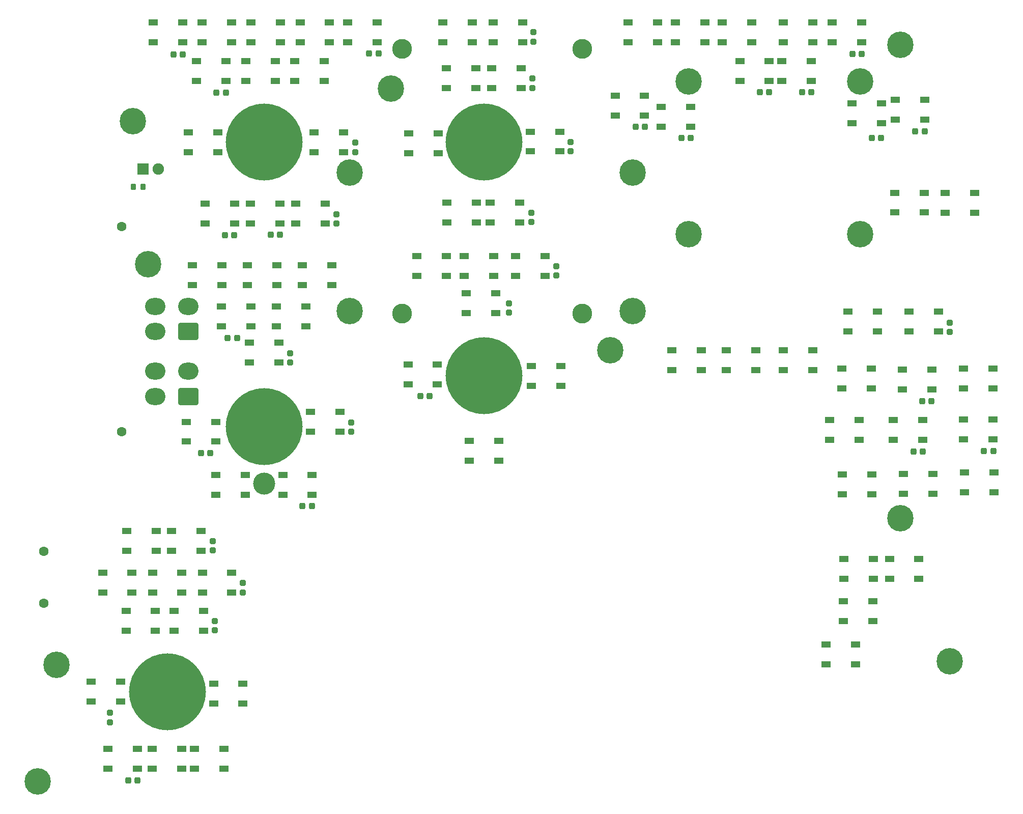
<source format=gbr>
%TF.GenerationSoftware,KiCad,Pcbnew,7.0.1*%
%TF.CreationDate,2023-04-16T02:52:32-08:00*%
%TF.ProjectId,SELECT JETT PANEL,53454c45-4354-4204-9a45-54542050414e,4*%
%TF.SameCoordinates,Original*%
%TF.FileFunction,Soldermask,Top*%
%TF.FilePolarity,Negative*%
%FSLAX46Y46*%
G04 Gerber Fmt 4.6, Leading zero omitted, Abs format (unit mm)*
G04 Created by KiCad (PCBNEW 7.0.1) date 2023-04-16 02:52:32*
%MOMM*%
%LPD*%
G01*
G04 APERTURE LIST*
G04 Aperture macros list*
%AMRoundRect*
0 Rectangle with rounded corners*
0 $1 Rounding radius*
0 $2 $3 $4 $5 $6 $7 $8 $9 X,Y pos of 4 corners*
0 Add a 4 corners polygon primitive as box body*
4,1,4,$2,$3,$4,$5,$6,$7,$8,$9,$2,$3,0*
0 Add four circle primitives for the rounded corners*
1,1,$1+$1,$2,$3*
1,1,$1+$1,$4,$5*
1,1,$1+$1,$6,$7*
1,1,$1+$1,$8,$9*
0 Add four rect primitives between the rounded corners*
20,1,$1+$1,$2,$3,$4,$5,0*
20,1,$1+$1,$4,$5,$6,$7,0*
20,1,$1+$1,$6,$7,$8,$9,0*
20,1,$1+$1,$8,$9,$2,$3,0*%
G04 Aperture macros list end*
%ADD10RoundRect,0.050000X-0.750000X-0.450000X0.750000X-0.450000X0.750000X0.450000X-0.750000X0.450000X0*%
%ADD11C,3.300000*%
%ADD12C,4.400000*%
%ADD13C,12.800000*%
%ADD14C,3.672000*%
%ADD15RoundRect,0.275000X-0.225000X-0.250000X0.225000X-0.250000X0.225000X0.250000X-0.225000X0.250000X0*%
%ADD16RoundRect,0.275000X-0.250000X0.225000X-0.250000X-0.225000X0.250000X-0.225000X0.250000X0.225000X0*%
%ADD17RoundRect,0.275000X0.250000X-0.225000X0.250000X0.225000X-0.250000X0.225000X-0.250000X-0.225000X0*%
%ADD18RoundRect,0.250000X-0.200000X-0.275000X0.200000X-0.275000X0.200000X0.275000X-0.200000X0.275000X0*%
%ADD19C,1.600000*%
%ADD20RoundRect,0.050000X-0.900000X-0.900000X0.900000X-0.900000X0.900000X0.900000X-0.900000X0.900000X0*%
%ADD21C,1.900000*%
%ADD22RoundRect,0.300001X1.399999X-1.099999X1.399999X1.099999X-1.399999X1.099999X-1.399999X-1.099999X0*%
%ADD23O,3.400000X2.800000*%
G04 APERTURE END LIST*
D10*
%TO.C,D41*%
X153350000Y-51750000D03*
X153350000Y-55050000D03*
X158250000Y-55050000D03*
X158250000Y-51750000D03*
%TD*%
D11*
%TO.C,H20*%
X162010000Y-37990000D03*
%TD*%
%TO.C,H21*%
X132000000Y-38000000D03*
%TD*%
%TO.C,H19*%
X132000000Y-81990000D03*
%TD*%
%TO.C,H18*%
X162010000Y-82000000D03*
%TD*%
D12*
%TO.C,H1*%
X87261697Y-49974517D03*
%TD*%
%TO.C,H2*%
X130124197Y-44577011D03*
%TD*%
%TO.C,H3*%
X214896696Y-37274500D03*
%TD*%
%TO.C,H5*%
X166636703Y-88074497D03*
%TD*%
%TO.C,H8*%
X74561693Y-140462018D03*
%TD*%
%TO.C,H6*%
X214896707Y-116078000D03*
%TD*%
%TO.C,H4*%
X89801693Y-73787017D03*
%TD*%
%TO.C,H9*%
X71386707Y-159820032D03*
%TD*%
%TO.C,H7*%
X223151694Y-139839819D03*
%TD*%
%TO.C,H14*%
X123340000Y-58590000D03*
%TD*%
%TO.C,H15*%
X170340000Y-58600000D03*
%TD*%
%TO.C,H10*%
X179650000Y-43430000D03*
%TD*%
%TO.C,H13*%
X179650000Y-68840000D03*
%TD*%
%TO.C,H17*%
X170350000Y-81590000D03*
%TD*%
%TO.C,H11*%
X208230000Y-43430000D03*
%TD*%
%TO.C,H12*%
X208230000Y-68830000D03*
%TD*%
%TO.C,H16*%
X123340000Y-81590000D03*
%TD*%
D13*
%TO.C,H26*%
X109105698Y-100774518D03*
D14*
X109105698Y-110299518D03*
%TD*%
D15*
%TO.C,C2*%
X93995000Y-38910000D03*
X95545000Y-38910000D03*
%TD*%
%TO.C,C4*%
X101145000Y-45270000D03*
X102695000Y-45270000D03*
%TD*%
%TO.C,C3*%
X128085000Y-38760000D03*
X126535000Y-38760000D03*
%TD*%
D16*
%TO.C,C5*%
X124190000Y-53597500D03*
X124190000Y-55147500D03*
%TD*%
%TO.C,C6*%
X121080000Y-65495000D03*
X121080000Y-67045000D03*
%TD*%
D15*
%TO.C,C7*%
X110137000Y-68900000D03*
X111687000Y-68900000D03*
%TD*%
%TO.C,C8*%
X102537000Y-69000000D03*
X104087000Y-69000000D03*
%TD*%
%TO.C,C13*%
X98585000Y-105210000D03*
X100135000Y-105210000D03*
%TD*%
D16*
%TO.C,C10*%
X113410000Y-88605000D03*
X113410000Y-90155000D03*
%TD*%
D15*
%TO.C,C9*%
X103015000Y-86070000D03*
X104565000Y-86070000D03*
%TD*%
D16*
%TO.C,C11*%
X123530000Y-100095000D03*
X123530000Y-101645000D03*
%TD*%
D15*
%TO.C,C12*%
X115445000Y-114030000D03*
X116995000Y-114030000D03*
%TD*%
D16*
%TO.C,C14*%
X100500000Y-119837000D03*
X100500000Y-121387000D03*
%TD*%
%TO.C,C15*%
X105500000Y-126837000D03*
X105500000Y-128387000D03*
%TD*%
%TO.C,C16*%
X100900000Y-133137000D03*
X100900000Y-134687000D03*
%TD*%
D17*
%TO.C,C18*%
X83440000Y-149985000D03*
X83440000Y-148435000D03*
%TD*%
D15*
%TO.C,C17*%
X86435000Y-159620000D03*
X87985000Y-159620000D03*
%TD*%
D16*
%TO.C,C24*%
X149800000Y-80337500D03*
X149800000Y-81887500D03*
%TD*%
D15*
%TO.C,C25*%
X135035000Y-95700000D03*
X136585000Y-95700000D03*
%TD*%
D16*
%TO.C,C23*%
X157700000Y-75687500D03*
X157700000Y-74137500D03*
%TD*%
%TO.C,C21*%
X160070000Y-53485000D03*
X160070000Y-55035000D03*
%TD*%
%TO.C,C22*%
X153500000Y-65237500D03*
X153500000Y-66787500D03*
%TD*%
%TO.C,C20*%
X153700000Y-42937500D03*
X153700000Y-44487500D03*
%TD*%
%TO.C,C19*%
X153900000Y-35237500D03*
X153900000Y-36787500D03*
%TD*%
D15*
%TO.C,C30*%
X178485000Y-52820000D03*
X180035000Y-52820000D03*
%TD*%
%TO.C,C29*%
X170875000Y-50970000D03*
X172425000Y-50970000D03*
%TD*%
%TO.C,C26*%
X206937000Y-38800000D03*
X208487000Y-38800000D03*
%TD*%
%TO.C,C28*%
X198537000Y-45200000D03*
X200087000Y-45200000D03*
%TD*%
%TO.C,C27*%
X191537000Y-45200000D03*
X193087000Y-45200000D03*
%TD*%
%TO.C,C31*%
X210137000Y-52800000D03*
X211687000Y-52800000D03*
%TD*%
%TO.C,C32*%
X217405000Y-51680000D03*
X218955000Y-51680000D03*
%TD*%
D16*
%TO.C,C33*%
X223100000Y-83515000D03*
X223100000Y-85065000D03*
%TD*%
D15*
%TO.C,C34*%
X218537000Y-96600000D03*
X220087000Y-96600000D03*
%TD*%
%TO.C,C35*%
X217105000Y-104940000D03*
X218655000Y-104940000D03*
%TD*%
%TO.C,C36*%
X228837000Y-104900000D03*
X230387000Y-104900000D03*
%TD*%
D10*
%TO.C,D2*%
X90600000Y-33550000D03*
X90600000Y-36850000D03*
X95500000Y-36850000D03*
X95500000Y-33550000D03*
%TD*%
%TO.C,D3*%
X98750000Y-33550000D03*
X98750000Y-36850000D03*
X103650000Y-36850000D03*
X103650000Y-33550000D03*
%TD*%
%TO.C,D4*%
X106900000Y-33550000D03*
X106900000Y-36850000D03*
X111800000Y-36850000D03*
X111800000Y-33550000D03*
%TD*%
%TO.C,D5*%
X115050000Y-33550000D03*
X115050000Y-36850000D03*
X119950000Y-36850000D03*
X119950000Y-33550000D03*
%TD*%
%TO.C,D6*%
X127900000Y-33550000D03*
X127900000Y-36850000D03*
X123000000Y-36850000D03*
X123000000Y-33550000D03*
%TD*%
%TO.C,D7*%
X97840000Y-40050000D03*
X97840000Y-43350000D03*
X102740000Y-43350000D03*
X102740000Y-40050000D03*
%TD*%
%TO.C,D8*%
X106015000Y-40050000D03*
X106015000Y-43350000D03*
X110915000Y-43350000D03*
X110915000Y-40050000D03*
%TD*%
%TO.C,D9*%
X114190000Y-40050000D03*
X114190000Y-43350000D03*
X119090000Y-43350000D03*
X119090000Y-40050000D03*
%TD*%
%TO.C,D10*%
X117390000Y-51910000D03*
X117390000Y-55210000D03*
X122290000Y-55210000D03*
X122290000Y-51910000D03*
%TD*%
%TO.C,D11*%
X114300000Y-63750000D03*
X114300000Y-67050000D03*
X119200000Y-67050000D03*
X119200000Y-63750000D03*
%TD*%
%TO.C,D12*%
X106775000Y-63750000D03*
X106775000Y-67050000D03*
X111675000Y-67050000D03*
X111675000Y-63750000D03*
%TD*%
%TO.C,D13*%
X99250000Y-63750000D03*
X99250000Y-67050000D03*
X104150000Y-67050000D03*
X104150000Y-63750000D03*
%TD*%
%TO.C,D14*%
X96500000Y-51850000D03*
X96500000Y-55150000D03*
X101400000Y-55150000D03*
X101400000Y-51850000D03*
%TD*%
%TO.C,D15*%
X97175000Y-73980000D03*
X97175000Y-77280000D03*
X102075000Y-77280000D03*
X102075000Y-73980000D03*
%TD*%
%TO.C,D16*%
X106300000Y-73980000D03*
X106300000Y-77280000D03*
X111200000Y-77280000D03*
X111200000Y-73980000D03*
%TD*%
%TO.C,D17*%
X115425000Y-73980000D03*
X115425000Y-77280000D03*
X120325000Y-77280000D03*
X120325000Y-73980000D03*
%TD*%
%TO.C,D18*%
X101950000Y-80850000D03*
X101950000Y-84150000D03*
X106850000Y-84150000D03*
X106850000Y-80850000D03*
%TD*%
%TO.C,D19*%
X111100000Y-80850000D03*
X111100000Y-84150000D03*
X116000000Y-84150000D03*
X116000000Y-80850000D03*
%TD*%
%TO.C,D20*%
X106600000Y-86850000D03*
X106600000Y-90150000D03*
X111500000Y-90150000D03*
X111500000Y-86850000D03*
%TD*%
%TO.C,D21*%
X116800000Y-98350000D03*
X116800000Y-101650000D03*
X121700000Y-101650000D03*
X121700000Y-98350000D03*
%TD*%
%TO.C,D22*%
X112170000Y-108820000D03*
X112170000Y-112120000D03*
X117070000Y-112120000D03*
X117070000Y-108820000D03*
%TD*%
%TO.C,D23*%
X101040000Y-108820000D03*
X101040000Y-112120000D03*
X105940000Y-112120000D03*
X105940000Y-108820000D03*
%TD*%
%TO.C,D24*%
X96100000Y-100010000D03*
X96100000Y-103310000D03*
X101000000Y-103310000D03*
X101000000Y-100010000D03*
%TD*%
%TO.C,D25*%
X86200000Y-118150000D03*
X86200000Y-121450000D03*
X91100000Y-121450000D03*
X91100000Y-118150000D03*
%TD*%
%TO.C,D26*%
X93700000Y-118150000D03*
X93700000Y-121450000D03*
X98600000Y-121450000D03*
X98600000Y-118150000D03*
%TD*%
%TO.C,D27*%
X82200000Y-125150000D03*
X82200000Y-128450000D03*
X87100000Y-128450000D03*
X87100000Y-125150000D03*
%TD*%
%TO.C,D28*%
X90500000Y-125150000D03*
X90500000Y-128450000D03*
X95400000Y-128450000D03*
X95400000Y-125150000D03*
%TD*%
%TO.C,D29*%
X98800000Y-125150000D03*
X98800000Y-128450000D03*
X103700000Y-128450000D03*
X103700000Y-125150000D03*
%TD*%
%TO.C,D30*%
X86100000Y-131450000D03*
X86100000Y-134750000D03*
X91000000Y-134750000D03*
X91000000Y-131450000D03*
%TD*%
%TO.C,D31*%
X94100000Y-131450000D03*
X94100000Y-134750000D03*
X99000000Y-134750000D03*
X99000000Y-131450000D03*
%TD*%
%TO.C,D32*%
X100660000Y-143580000D03*
X100660000Y-146880000D03*
X105560000Y-146880000D03*
X105560000Y-143580000D03*
%TD*%
%TO.C,D33*%
X97500000Y-154390000D03*
X97500000Y-157690000D03*
X102400000Y-157690000D03*
X102400000Y-154390000D03*
%TD*%
%TO.C,D34*%
X90450000Y-154390000D03*
X90450000Y-157690000D03*
X95350000Y-157690000D03*
X95350000Y-154390000D03*
%TD*%
%TO.C,D35*%
X83100000Y-154390000D03*
X83100000Y-157690000D03*
X88000000Y-157690000D03*
X88000000Y-154390000D03*
%TD*%
%TO.C,D36*%
X80280000Y-143270000D03*
X80280000Y-146570000D03*
X85180000Y-146570000D03*
X85180000Y-143270000D03*
%TD*%
%TO.C,D37*%
X138800000Y-33550000D03*
X138800000Y-36850000D03*
X143700000Y-36850000D03*
X143700000Y-33550000D03*
%TD*%
%TO.C,D38*%
X147150000Y-33550000D03*
X147150000Y-36850000D03*
X152050000Y-36850000D03*
X152050000Y-33550000D03*
%TD*%
%TO.C,D39*%
X139400000Y-41250000D03*
X139400000Y-44550000D03*
X144300000Y-44550000D03*
X144300000Y-41250000D03*
%TD*%
%TO.C,D40*%
X146950000Y-41250000D03*
X146950000Y-44550000D03*
X151850000Y-44550000D03*
X151850000Y-41250000D03*
%TD*%
%TO.C,D42*%
X146700000Y-63550000D03*
X146700000Y-66850000D03*
X151600000Y-66850000D03*
X151600000Y-63550000D03*
%TD*%
%TO.C,D43*%
X139500000Y-63550000D03*
X139500000Y-66850000D03*
X144400000Y-66850000D03*
X144400000Y-63550000D03*
%TD*%
%TO.C,D44*%
X133100000Y-52050000D03*
X133100000Y-55350000D03*
X138000000Y-55350000D03*
X138000000Y-52050000D03*
%TD*%
%TO.C,D45*%
X139350000Y-72450000D03*
X139350000Y-75750000D03*
X134450000Y-75750000D03*
X134450000Y-72450000D03*
%TD*%
%TO.C,D46*%
X147250000Y-72450000D03*
X147250000Y-75750000D03*
X142350000Y-75750000D03*
X142350000Y-72450000D03*
%TD*%
%TO.C,D47*%
X155800000Y-72450000D03*
X155800000Y-75750000D03*
X150900000Y-75750000D03*
X150900000Y-72450000D03*
%TD*%
%TO.C,D48*%
X142700000Y-78650000D03*
X142700000Y-81950000D03*
X147600000Y-81950000D03*
X147600000Y-78650000D03*
%TD*%
%TO.C,D49*%
X153500000Y-90750000D03*
X153500000Y-94050000D03*
X158400000Y-94050000D03*
X158400000Y-90750000D03*
%TD*%
%TO.C,D50*%
X143200000Y-103150000D03*
X143200000Y-106450000D03*
X148100000Y-106450000D03*
X148100000Y-103150000D03*
%TD*%
%TO.C,D51*%
X133000000Y-90450000D03*
X133000000Y-93750000D03*
X137900000Y-93750000D03*
X137900000Y-90450000D03*
%TD*%
%TO.C,D52*%
X169650000Y-33550000D03*
X169650000Y-36850000D03*
X174550000Y-36850000D03*
X174550000Y-33550000D03*
%TD*%
%TO.C,D53*%
X177475000Y-33550000D03*
X177475000Y-36850000D03*
X182375000Y-36850000D03*
X182375000Y-33550000D03*
%TD*%
%TO.C,D54*%
X185300000Y-33550000D03*
X185300000Y-36850000D03*
X190200000Y-36850000D03*
X190200000Y-33550000D03*
%TD*%
%TO.C,D55*%
X195450000Y-33550000D03*
X195450000Y-36850000D03*
X200350000Y-36850000D03*
X200350000Y-33550000D03*
%TD*%
%TO.C,D56*%
X203600000Y-33550000D03*
X203600000Y-36850000D03*
X208500000Y-36850000D03*
X208500000Y-33550000D03*
%TD*%
%TO.C,D57*%
X188200000Y-40050000D03*
X188200000Y-43350000D03*
X193100000Y-43350000D03*
X193100000Y-40050000D03*
%TD*%
%TO.C,D58*%
X195200000Y-40050000D03*
X195200000Y-43350000D03*
X200100000Y-43350000D03*
X200100000Y-40050000D03*
%TD*%
%TO.C,D59*%
X167460000Y-45740000D03*
X167460000Y-49040000D03*
X172360000Y-49040000D03*
X172360000Y-45740000D03*
%TD*%
%TO.C,D60*%
X175150000Y-47640000D03*
X175150000Y-50940000D03*
X180050000Y-50940000D03*
X180050000Y-47640000D03*
%TD*%
%TO.C,D61*%
X206840000Y-47070000D03*
X206840000Y-50370000D03*
X211740000Y-50370000D03*
X211740000Y-47070000D03*
%TD*%
%TO.C,D62*%
X214100000Y-46450000D03*
X214100000Y-49750000D03*
X219000000Y-49750000D03*
X219000000Y-46450000D03*
%TD*%
%TO.C,D63*%
X213970000Y-61910000D03*
X213970000Y-65210000D03*
X218870000Y-65210000D03*
X218870000Y-61910000D03*
%TD*%
%TO.C,D64*%
X222350000Y-61940000D03*
X222350000Y-65240000D03*
X227250000Y-65240000D03*
X227250000Y-61940000D03*
%TD*%
%TO.C,D65*%
X206160000Y-81660000D03*
X206160000Y-84960000D03*
X211060000Y-84960000D03*
X211060000Y-81660000D03*
%TD*%
%TO.C,D66*%
X221260000Y-81660000D03*
X221260000Y-84960000D03*
X216360000Y-84960000D03*
X216360000Y-81660000D03*
%TD*%
%TO.C,D67*%
X176900000Y-88150000D03*
X176900000Y-91450000D03*
X181800000Y-91450000D03*
X181800000Y-88150000D03*
%TD*%
%TO.C,D68*%
X185950000Y-88150000D03*
X185950000Y-91450000D03*
X190850000Y-91450000D03*
X190850000Y-88150000D03*
%TD*%
%TO.C,D69*%
X195450000Y-88150000D03*
X195450000Y-91450000D03*
X200350000Y-91450000D03*
X200350000Y-88150000D03*
%TD*%
%TO.C,D70*%
X205150000Y-91150000D03*
X205150000Y-94450000D03*
X210050000Y-94450000D03*
X210050000Y-91150000D03*
%TD*%
%TO.C,D71*%
X215250000Y-91350000D03*
X215250000Y-94650000D03*
X220150000Y-94650000D03*
X220150000Y-91350000D03*
%TD*%
%TO.C,D72*%
X225400000Y-91150000D03*
X225400000Y-94450000D03*
X230300000Y-94450000D03*
X230300000Y-91150000D03*
%TD*%
%TO.C,D73*%
X203150000Y-99750000D03*
X203150000Y-103050000D03*
X208050000Y-103050000D03*
X208050000Y-99750000D03*
%TD*%
%TO.C,D74*%
X213750000Y-99750000D03*
X213750000Y-103050000D03*
X218650000Y-103050000D03*
X218650000Y-99750000D03*
%TD*%
%TO.C,D75*%
X225450000Y-99650000D03*
X225450000Y-102950000D03*
X230350000Y-102950000D03*
X230350000Y-99650000D03*
%TD*%
%TO.C,D76*%
X205250000Y-108750000D03*
X205250000Y-112050000D03*
X210150000Y-112050000D03*
X210150000Y-108750000D03*
%TD*%
%TO.C,D77*%
X215450000Y-108650000D03*
X215450000Y-111950000D03*
X220350000Y-111950000D03*
X220350000Y-108650000D03*
%TD*%
%TO.C,D78*%
X225550000Y-108450000D03*
X225550000Y-111750000D03*
X230450000Y-111750000D03*
X230450000Y-108450000D03*
%TD*%
%TO.C,D79*%
X210400000Y-122850000D03*
X210400000Y-126150000D03*
X205500000Y-126150000D03*
X205500000Y-122850000D03*
%TD*%
%TO.C,D80*%
X213100000Y-122850000D03*
X213100000Y-126150000D03*
X218000000Y-126150000D03*
X218000000Y-122850000D03*
%TD*%
%TO.C,D81*%
X205450000Y-129850000D03*
X205450000Y-133150000D03*
X210350000Y-133150000D03*
X210350000Y-129850000D03*
%TD*%
%TO.C,D82*%
X202550000Y-137050000D03*
X202550000Y-140350000D03*
X207450000Y-140350000D03*
X207450000Y-137050000D03*
%TD*%
D18*
%TO.C,R1*%
X87305000Y-60960000D03*
X88955000Y-60960000D03*
%TD*%
D13*
%TO.C,H22*%
X109105698Y-53467018D03*
%TD*%
%TO.C,H23*%
X145681694Y-53467018D03*
%TD*%
%TO.C,H24*%
X145681694Y-92329018D03*
%TD*%
%TO.C,H25*%
X92976707Y-144906997D03*
%TD*%
D19*
%TO.C,TP2*%
X85410000Y-67520000D03*
%TD*%
%TO.C,TP3*%
X72440000Y-130210000D03*
%TD*%
%TO.C,TP4*%
X85410000Y-101630000D03*
%TD*%
%TO.C,TP1*%
X72390000Y-121550000D03*
%TD*%
D20*
%TO.C,D1*%
X88960000Y-58000000D03*
D21*
X91500000Y-58000000D03*
%TD*%
D22*
%TO.C,J1*%
X96450000Y-85000000D03*
D23*
X96450000Y-80800000D03*
X90950000Y-85000000D03*
X90950000Y-80800000D03*
%TD*%
D22*
%TO.C,J2*%
X96500000Y-95800000D03*
D23*
X96500000Y-91600000D03*
X91000000Y-95800000D03*
X91000000Y-91600000D03*
%TD*%
M02*

</source>
